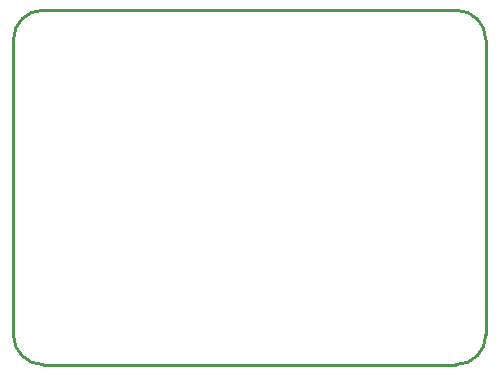
<source format=gbr>
%TF.GenerationSoftware,Altium Limited,Altium Designer,24.7.2 (38)*%
G04 Layer_Color=16711935*
%FSLAX45Y45*%
%MOMM*%
%TF.SameCoordinates,665F1D1F-C803-44D7-9F74-9D0A5895F251*%
%TF.FilePolarity,Positive*%
%TF.FileFunction,Other,Mechanical_1*%
%TF.Part,Single*%
G01*
G75*
%TA.AperFunction,NonConductor*%
%ADD31C,0.25400*%
D31*
X12000000Y6250000D02*
G03*
X11750000Y6500000I-250000J0D01*
G01*
Y3500000D02*
G03*
X12000000Y3750000I0J250000D01*
G01*
X8250000Y6500000D02*
G03*
X8000000Y6250000I0J-250000D01*
G01*
Y3750000D02*
G03*
X8250000Y3500000I250000J0D01*
G01*
X11750000D01*
X8250000Y6500000D02*
X11750000D01*
X12000000Y3750000D02*
Y6250000D01*
X8000000Y3750000D02*
Y6250000D01*
%TF.MD5,cd53860d69be151147c40dadde04c2d5*%
M02*

</source>
